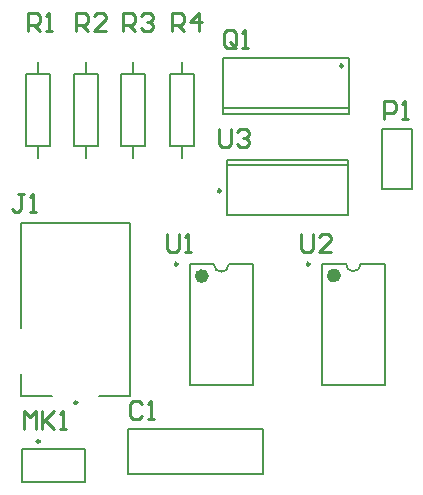
<source format=gto>
G04*
G04 #@! TF.GenerationSoftware,Altium Limited,Altium Designer,22.1.2 (22)*
G04*
G04 Layer_Color=65535*
%FSLAX25Y25*%
%MOIN*%
G70*
G04*
G04 #@! TF.SameCoordinates,2E8BF825-4B60-4EFC-865E-135B437BFAC4*
G04*
G04*
G04 #@! TF.FilePolarity,Positive*
G04*
G01*
G75*
%ADD10C,0.00984*%
%ADD11C,0.00787*%
%ADD12C,0.02362*%
%ADD13C,0.01000*%
D10*
X231496Y387224D02*
G03*
X231496Y387224I-492J0D01*
G01*
X142992Y274996D02*
G03*
X142992Y274996I-492J0D01*
G01*
X220492Y321118D02*
G03*
X220492Y321118I-492J0D01*
G01*
X176492D02*
G03*
X176492Y321118I-492J0D01*
G01*
X130492Y262071D02*
G03*
X130492Y262071I-492J0D01*
G01*
X190854Y345500D02*
G03*
X190854Y345500I-492J0D01*
G01*
D11*
X232500Y321276D02*
G03*
X237500Y321276I2500J0D01*
G01*
X188500Y321079D02*
G03*
X193500Y321079I2500J0D01*
G01*
X191437Y371280D02*
Y389783D01*
X233563Y371280D02*
Y389783D01*
X191437D02*
X233563D01*
X191437Y371280D02*
X233563D01*
X191437Y373248D02*
X233563D01*
X126000Y360500D02*
X134000D01*
X126000D02*
Y384500D01*
X134000D01*
Y360500D02*
Y384500D01*
X130000Y356500D02*
Y360500D01*
Y384500D02*
Y388500D01*
X174000Y360500D02*
X182000D01*
X174000D02*
Y384500D01*
X182000D01*
Y360500D02*
Y384500D01*
X178000Y356500D02*
Y360500D01*
Y384500D02*
Y388500D01*
X124390Y299996D02*
Y334740D01*
Y277260D02*
Y284445D01*
X150276Y277260D02*
X160610D01*
X124390D02*
X134724D01*
X160610D02*
Y334740D01*
X124390D02*
X160610D01*
X224567Y280724D02*
Y321276D01*
X245433Y280724D02*
Y321276D01*
X224567D02*
X232500D01*
X237500D02*
X245433D01*
X224567Y280724D02*
X245433D01*
X180567Y280921D02*
Y321079D01*
X201433Y280921D02*
Y321079D01*
X180567D02*
X188500D01*
X193500D02*
X201433D01*
X180567Y280921D02*
X201433D01*
X160000Y251000D02*
Y266000D01*
X205000D01*
Y251000D02*
Y266000D01*
X160000Y251000D02*
X205000D01*
X124488Y248488D02*
X145512D01*
X124488Y259512D02*
X145512D01*
Y248488D02*
Y259512D01*
X124488Y248488D02*
Y259512D01*
X244500Y346000D02*
X254500D01*
X244500D02*
Y366000D01*
X254500D01*
Y346000D02*
Y366000D01*
X157500Y360500D02*
X165500D01*
X157500D02*
Y384500D01*
X165500D01*
Y360500D02*
Y384500D01*
X161500Y356500D02*
Y360500D01*
Y384500D02*
Y388500D01*
X192921Y354004D02*
X233079D01*
X192921Y355972D02*
X233079D01*
X192921Y337469D02*
X233079D01*
Y355972D01*
X192921Y337469D02*
Y355972D01*
X142000Y360500D02*
X150000D01*
X142000D02*
Y384500D01*
X150000D01*
Y360500D02*
Y384500D01*
X146000Y356500D02*
Y360500D01*
Y384500D02*
Y388500D01*
D12*
X229685Y317339D02*
G03*
X229685Y317339I-1181J0D01*
G01*
X185685Y317142D02*
G03*
X185685Y317142I-1181J0D01*
G01*
D13*
X217600Y331098D02*
Y326100D01*
X218600Y325100D01*
X220599D01*
X221599Y326100D01*
Y331098D01*
X227597Y325100D02*
X223598D01*
X227597Y329099D01*
Y330098D01*
X226597Y331098D01*
X224598D01*
X223598Y330098D01*
X190400Y366098D02*
Y361100D01*
X191400Y360100D01*
X193399D01*
X194399Y361100D01*
Y366098D01*
X196398Y365098D02*
X197398Y366098D01*
X199397D01*
X200397Y365098D01*
Y364099D01*
X199397Y363099D01*
X198397D01*
X199397D01*
X200397Y362099D01*
Y361100D01*
X199397Y360100D01*
X197398D01*
X196398Y361100D01*
X172800Y331198D02*
Y326200D01*
X173800Y325200D01*
X175799D01*
X176799Y326200D01*
Y331198D01*
X178798Y325200D02*
X180797D01*
X179798D01*
Y331198D01*
X178798Y330198D01*
X174600Y398700D02*
Y404698D01*
X177599D01*
X178599Y403698D01*
Y401699D01*
X177599Y400699D01*
X174600D01*
X176599D02*
X178599Y398700D01*
X183597D02*
Y404698D01*
X180598Y401699D01*
X184597D01*
X158100Y398700D02*
Y404698D01*
X161099D01*
X162099Y403698D01*
Y401699D01*
X161099Y400699D01*
X158100D01*
X160099D02*
X162099Y398700D01*
X164098Y403698D02*
X165098Y404698D01*
X167097D01*
X168097Y403698D01*
Y402699D01*
X167097Y401699D01*
X166097D01*
X167097D01*
X168097Y400699D01*
Y399700D01*
X167097Y398700D01*
X165098D01*
X164098Y399700D01*
X142600Y398700D02*
Y404698D01*
X145599D01*
X146599Y403698D01*
Y401699D01*
X145599Y400699D01*
X142600D01*
X144599D02*
X146599Y398700D01*
X152597D02*
X148598D01*
X152597Y402699D01*
Y403698D01*
X151597Y404698D01*
X149598D01*
X148598Y403698D01*
X126600Y398700D02*
Y404698D01*
X129599D01*
X130599Y403698D01*
Y401699D01*
X129599Y400699D01*
X126600D01*
X128599D02*
X130599Y398700D01*
X132598D02*
X134597D01*
X133598D01*
Y404698D01*
X132598Y403698D01*
X195999Y394200D02*
Y398198D01*
X194999Y399198D01*
X193000D01*
X192000Y398198D01*
Y394200D01*
X193000Y393200D01*
X194999D01*
X193999Y395199D02*
X195999Y393200D01*
X194999D02*
X195999Y394200D01*
X197998Y393200D02*
X199997D01*
X198998D01*
Y399198D01*
X197998Y398198D01*
X245100Y369400D02*
Y375398D01*
X248099D01*
X249099Y374398D01*
Y372399D01*
X248099Y371399D01*
X245100D01*
X251098Y369400D02*
X253097D01*
X252098D01*
Y375398D01*
X251098Y374398D01*
X125100Y266100D02*
Y272098D01*
X127099Y270099D01*
X129099Y272098D01*
Y266100D01*
X131098Y272098D02*
Y266100D01*
Y268099D01*
X135097Y272098D01*
X132098Y269099D01*
X135097Y266100D01*
X137096D02*
X139095D01*
X138096D01*
Y272098D01*
X137096Y271098D01*
X125099Y344498D02*
X123099D01*
X124099D01*
Y339500D01*
X123099Y338500D01*
X122100D01*
X121100Y339500D01*
X127098Y338500D02*
X129097D01*
X128098D01*
Y344498D01*
X127098Y343498D01*
X164599Y274398D02*
X163599Y275398D01*
X161600D01*
X160600Y274398D01*
Y270400D01*
X161600Y269400D01*
X163599D01*
X164599Y270400D01*
X166598Y269400D02*
X168597D01*
X167598D01*
Y275398D01*
X166598Y274398D01*
M02*

</source>
